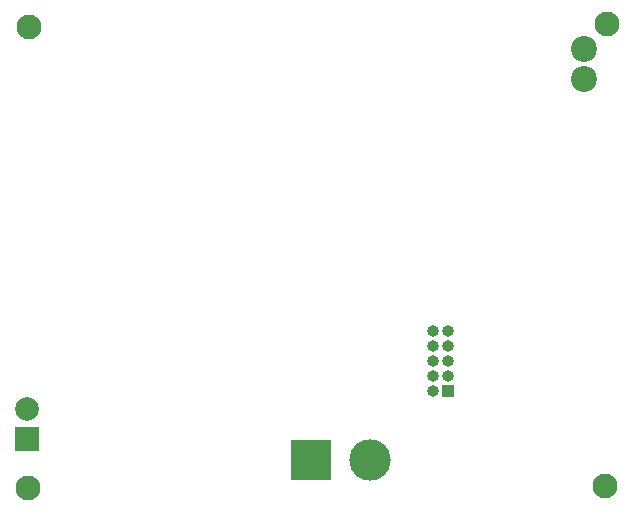
<source format=gbr>
%TF.GenerationSoftware,KiCad,Pcbnew,8.0.3*%
%TF.CreationDate,2024-12-28T15:27:49+01:00*%
%TF.ProjectId,picoballoon,7069636f-6261-46c6-9c6f-6f6e2e6b6963,rev?*%
%TF.SameCoordinates,Original*%
%TF.FileFunction,Soldermask,Bot*%
%TF.FilePolarity,Negative*%
%FSLAX46Y46*%
G04 Gerber Fmt 4.6, Leading zero omitted, Abs format (unit mm)*
G04 Created by KiCad (PCBNEW 8.0.3) date 2024-12-28 15:27:49*
%MOMM*%
%LPD*%
G01*
G04 APERTURE LIST*
%ADD10R,2.000000X2.000000*%
%ADD11C,2.000000*%
%ADD12C,2.100000*%
%ADD13C,2.200000*%
%ADD14R,1.000000X1.000000*%
%ADD15O,1.000000X1.000000*%
%ADD16R,3.500000X3.500000*%
%ADD17C,3.500000*%
G04 APERTURE END LIST*
D10*
%TO.C,SC1*%
X109910000Y-121795000D03*
D11*
X109910000Y-119255000D03*
%TD*%
D12*
%TO.C,H1*%
X110040000Y-125990000D03*
%TD*%
%TO.C,H2*%
X158830000Y-125800000D03*
%TD*%
%TO.C,H4*%
X110060000Y-86890000D03*
%TD*%
%TO.C,H3*%
X159010000Y-86670000D03*
%TD*%
D13*
%TO.C,AE2*%
X157050000Y-91320000D03*
X157050000Y-88780000D03*
%TD*%
D14*
%TO.C,J1*%
X145590000Y-117730000D03*
D15*
X144320000Y-117730000D03*
X145590000Y-116460000D03*
X144320000Y-116460000D03*
X145590000Y-115190000D03*
X144320000Y-115190000D03*
X145590000Y-113920000D03*
X144320000Y-113920000D03*
X145590000Y-112650000D03*
X144320000Y-112650000D03*
%TD*%
D16*
%TO.C,C1*%
X133940000Y-123570000D03*
D17*
X138940000Y-123570000D03*
%TD*%
M02*

</source>
